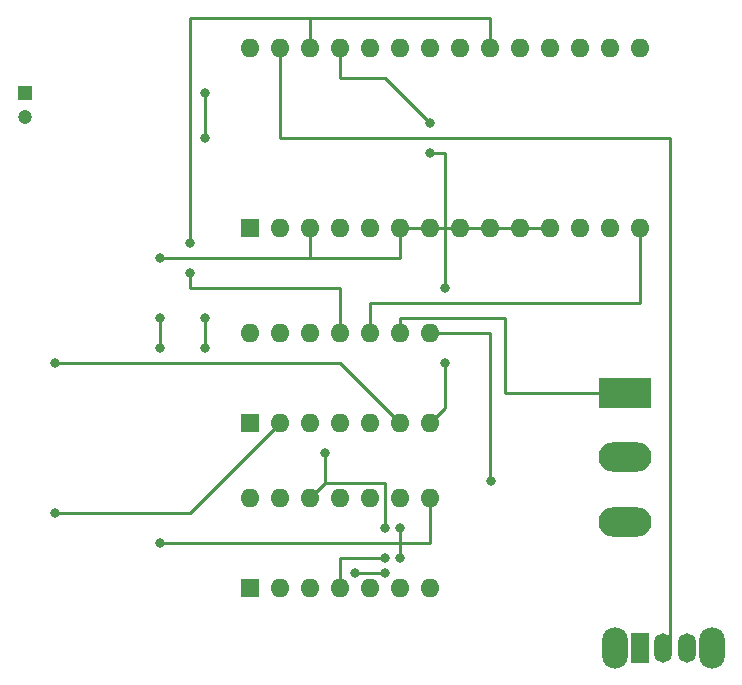
<source format=gbr>
%TF.GenerationSoftware,KiCad,Pcbnew,(5.1.12)-1*%
%TF.CreationDate,2021-11-17T16:44:01+01:00*%
%TF.ProjectId,SC-88VL,53432d38-3856-44c2-9e6b-696361645f70,rev?*%
%TF.SameCoordinates,Original*%
%TF.FileFunction,Copper,L2,Bot*%
%TF.FilePolarity,Positive*%
%FSLAX46Y46*%
G04 Gerber Fmt 4.6, Leading zero omitted, Abs format (unit mm)*
G04 Created by KiCad (PCBNEW (5.1.12)-1) date 2021-11-17 16:44:01*
%MOMM*%
%LPD*%
G01*
G04 APERTURE LIST*
%TA.AperFunction,ComponentPad*%
%ADD10R,1.600000X1.600000*%
%TD*%
%TA.AperFunction,ComponentPad*%
%ADD11O,1.600000X1.600000*%
%TD*%
%TA.AperFunction,ComponentPad*%
%ADD12O,4.500000X2.500000*%
%TD*%
%TA.AperFunction,ComponentPad*%
%ADD13R,4.500000X2.500000*%
%TD*%
%TA.AperFunction,ComponentPad*%
%ADD14O,2.200000X3.500000*%
%TD*%
%TA.AperFunction,ComponentPad*%
%ADD15O,1.500000X2.500000*%
%TD*%
%TA.AperFunction,ComponentPad*%
%ADD16R,1.500000X2.500000*%
%TD*%
%TA.AperFunction,ComponentPad*%
%ADD17C,1.200000*%
%TD*%
%TA.AperFunction,ComponentPad*%
%ADD18R,1.200000X1.200000*%
%TD*%
%TA.AperFunction,ViaPad*%
%ADD19C,0.800000*%
%TD*%
%TA.AperFunction,Conductor*%
%ADD20C,0.250000*%
%TD*%
G04 APERTURE END LIST*
D10*
%TO.P,TC9231N,1*%
%TO.N,N/C*%
X86360000Y-54610000D03*
D11*
%TO.P,TC9231N,15*%
X119380000Y-39370000D03*
%TO.P,TC9231N,2*%
X88900000Y-54610000D03*
%TO.P,TC9231N,16*%
X116840000Y-39370000D03*
%TO.P,TC9231N,3*%
X91440000Y-54610000D03*
%TO.P,TC9231N,17*%
X114300000Y-39370000D03*
%TO.P,TC9231N,4*%
X93980000Y-54610000D03*
%TO.P,TC9231N,18*%
X111760000Y-39370000D03*
%TO.P,TC9231N,5*%
X96520000Y-54610000D03*
%TO.P,TC9231N,19*%
X109220000Y-39370000D03*
%TO.P,TC9231N,6*%
X99060000Y-54610000D03*
%TO.P,TC9231N,20*%
X106680000Y-39370000D03*
%TO.P,TC9231N,7*%
X101600000Y-54610000D03*
%TO.P,TC9231N,21*%
X104140000Y-39370000D03*
%TO.P,TC9231N,8*%
X104140000Y-54610000D03*
%TO.P,TC9231N,22*%
X101600000Y-39370000D03*
%TO.P,TC9231N,9*%
X106680000Y-54610000D03*
%TO.P,TC9231N,23*%
X99060000Y-39370000D03*
%TO.P,TC9231N,10*%
X109220000Y-54610000D03*
%TO.P,TC9231N,24*%
X96520000Y-39370000D03*
%TO.P,TC9231N,11*%
X111760000Y-54610000D03*
%TO.P,TC9231N,25*%
X93980000Y-39370000D03*
%TO.P,TC9231N,12*%
X114300000Y-54610000D03*
%TO.P,TC9231N,26*%
X91440000Y-39370000D03*
%TO.P,TC9231N,13*%
X116840000Y-54610000D03*
%TO.P,TC9231N,27*%
X88900000Y-39370000D03*
%TO.P,TC9231N,14*%
X119380000Y-54610000D03*
%TO.P,TC9231N,28*%
X86360000Y-39370000D03*
%TD*%
D12*
%TO.P,TOSLINK TX,3*%
%TO.N,N/C*%
X118110000Y-79480000D03*
%TO.P,TOSLINK TX,2*%
X118110000Y-74030000D03*
D13*
%TO.P,TOSLINK TX,1*%
X118110000Y-68580000D03*
%TD*%
D14*
%TO.P,SWITCH,*%
%TO.N,*%
X125480000Y-90170000D03*
X117280000Y-90170000D03*
D15*
%TO.P,SWITCH,3*%
%TO.N,N/C*%
X123380000Y-90170000D03*
%TO.P,SWITCH,2*%
X121380000Y-90170000D03*
D16*
%TO.P,SWITCH,1*%
X119380000Y-90170000D03*
%TD*%
D17*
%TO.P,33uf,2*%
%TO.N,N/C*%
X67310000Y-45180000D03*
D18*
%TO.P,33uf,1*%
X67310000Y-43180000D03*
%TD*%
D11*
%TO.P,74HC74,14*%
%TO.N,N/C*%
X86360000Y-77470000D03*
%TO.P,74HC74,7*%
X101600000Y-85090000D03*
%TO.P,74HC74,13*%
X88900000Y-77470000D03*
%TO.P,74HC74,6*%
X99060000Y-85090000D03*
%TO.P,74HC74,12*%
X91440000Y-77470000D03*
%TO.P,74HC74,5*%
X96520000Y-85090000D03*
%TO.P,74HC74,11*%
X93980000Y-77470000D03*
%TO.P,74HC74,4*%
X93980000Y-85090000D03*
%TO.P,74HC74,10*%
X96520000Y-77470000D03*
%TO.P,74HC74,3*%
X91440000Y-85090000D03*
%TO.P,74HC74,9*%
X99060000Y-77470000D03*
%TO.P,74HC74,2*%
X88900000Y-85090000D03*
%TO.P,74HC74,8*%
X101600000Y-77470000D03*
D10*
%TO.P,74HC74,1*%
X86360000Y-85090000D03*
%TD*%
D11*
%TO.P,74HC04,14*%
%TO.N,N/C*%
X86360000Y-63500000D03*
%TO.P,74HC04,7*%
X101600000Y-71120000D03*
%TO.P,74HC04,13*%
X88900000Y-63500000D03*
%TO.P,74HC04,6*%
X99060000Y-71120000D03*
%TO.P,74HC04,12*%
X91440000Y-63500000D03*
%TO.P,74HC04,5*%
X96520000Y-71120000D03*
%TO.P,74HC04,11*%
X93980000Y-63500000D03*
%TO.P,74HC04,4*%
X93980000Y-71120000D03*
%TO.P,74HC04,10*%
X96520000Y-63500000D03*
%TO.P,74HC04,3*%
X91440000Y-71120000D03*
%TO.P,74HC04,9*%
X99060000Y-63500000D03*
%TO.P,74HC04,2*%
X88900000Y-71120000D03*
%TO.P,74HC04,8*%
X101600000Y-63500000D03*
D10*
%TO.P,74HC04,1*%
X86360000Y-71120000D03*
%TD*%
D19*
%TO.N,*%
X69850000Y-66040000D03*
X69850000Y-78740000D03*
X82550000Y-64770000D03*
X82550000Y-62230000D03*
X82550000Y-46990000D03*
X82550000Y-43180000D03*
X78740000Y-81280000D03*
X78740000Y-64770000D03*
X78740000Y-62230000D03*
X106815000Y-76065000D03*
X78740000Y-57150000D03*
X81280000Y-55880000D03*
X81280000Y-58420000D03*
X92710000Y-73660000D03*
X97790000Y-80010000D03*
X97790000Y-82550000D03*
X99060000Y-80010000D03*
X99060000Y-82550000D03*
X97790000Y-83820000D03*
X95250000Y-83820000D03*
X101600000Y-45720000D03*
X101600000Y-48260000D03*
X102870000Y-59690000D03*
X102870000Y-66040000D03*
%TD*%
D20*
%TO.N,*%
X93980000Y-66040000D02*
X99060000Y-71120000D01*
X69850000Y-66040000D02*
X93980000Y-66040000D01*
X69850000Y-78740000D02*
X81280000Y-78740000D01*
X81280000Y-78740000D02*
X88900000Y-71120000D01*
X82550000Y-64770000D02*
X82550000Y-62230000D01*
X82550000Y-46990000D02*
X82550000Y-43180000D01*
X101600000Y-77470000D02*
X101600000Y-81280000D01*
X101600000Y-81280000D02*
X78740000Y-81280000D01*
X78740000Y-81280000D02*
X78740000Y-81280000D01*
X78740000Y-64770000D02*
X78740000Y-62230000D01*
X101600000Y-63500000D02*
X106680000Y-63500000D01*
X106680000Y-75930000D02*
X106815000Y-76065000D01*
X106680000Y-63500000D02*
X106680000Y-75930000D01*
X118110000Y-68580000D02*
X107950000Y-68580000D01*
X107950000Y-68580000D02*
X107950000Y-62230000D01*
X107950000Y-62230000D02*
X99060000Y-62230000D01*
X99060000Y-62230000D02*
X99060000Y-63500000D01*
X91440000Y-54610000D02*
X91440000Y-57150000D01*
X91440000Y-57150000D02*
X99060000Y-57150000D01*
X99060000Y-57150000D02*
X99060000Y-54610000D01*
X99060000Y-54610000D02*
X111760000Y-54610000D01*
X78740000Y-57150000D02*
X78740000Y-57150000D01*
X91440000Y-57150000D02*
X78740000Y-57150000D01*
X121920000Y-89630000D02*
X121380000Y-90170000D01*
X121920000Y-46990000D02*
X121920000Y-89630000D01*
X88900000Y-46990000D02*
X121920000Y-46990000D01*
X88900000Y-39370000D02*
X88900000Y-46990000D01*
X91440000Y-39370000D02*
X91440000Y-36830000D01*
X91440000Y-36830000D02*
X81280000Y-36830000D01*
X81280000Y-36830000D02*
X81280000Y-55880000D01*
X81280000Y-55880000D02*
X81280000Y-55880000D01*
X81280000Y-58420000D02*
X81280000Y-59690000D01*
X81280000Y-59690000D02*
X93980000Y-59690000D01*
X93980000Y-59690000D02*
X93980000Y-63500000D01*
X91440000Y-36830000D02*
X106680000Y-36830000D01*
X106680000Y-36830000D02*
X106680000Y-39370000D01*
X92710000Y-76200000D02*
X91440000Y-77470000D01*
X92710000Y-73660000D02*
X92710000Y-76200000D01*
X92710000Y-76200000D02*
X97790000Y-76200000D01*
X97790000Y-76200000D02*
X97790000Y-80010000D01*
X97790000Y-80010000D02*
X97790000Y-80010000D01*
X97790000Y-82550000D02*
X93980000Y-82550000D01*
X93980000Y-82550000D02*
X93980000Y-85090000D01*
X99060000Y-80010000D02*
X99060000Y-82550000D01*
X97790000Y-83820000D02*
X95250000Y-83820000D01*
X96520000Y-63500000D02*
X96520000Y-60960000D01*
X96520000Y-60960000D02*
X119380000Y-60960000D01*
X119380000Y-60960000D02*
X119380000Y-54610000D01*
X93980000Y-39370000D02*
X93980000Y-41910000D01*
X93980000Y-41910000D02*
X97790000Y-41910000D01*
X97790000Y-41910000D02*
X101600000Y-45720000D01*
X101600000Y-45720000D02*
X101600000Y-45720000D01*
X101600000Y-48260000D02*
X102870000Y-48260000D01*
X102870000Y-48260000D02*
X102870000Y-59690000D01*
X102870000Y-59690000D02*
X102870000Y-59690000D01*
X102870000Y-69850000D02*
X101600000Y-71120000D01*
X102870000Y-66040000D02*
X102870000Y-69850000D01*
%TD*%
M02*

</source>
